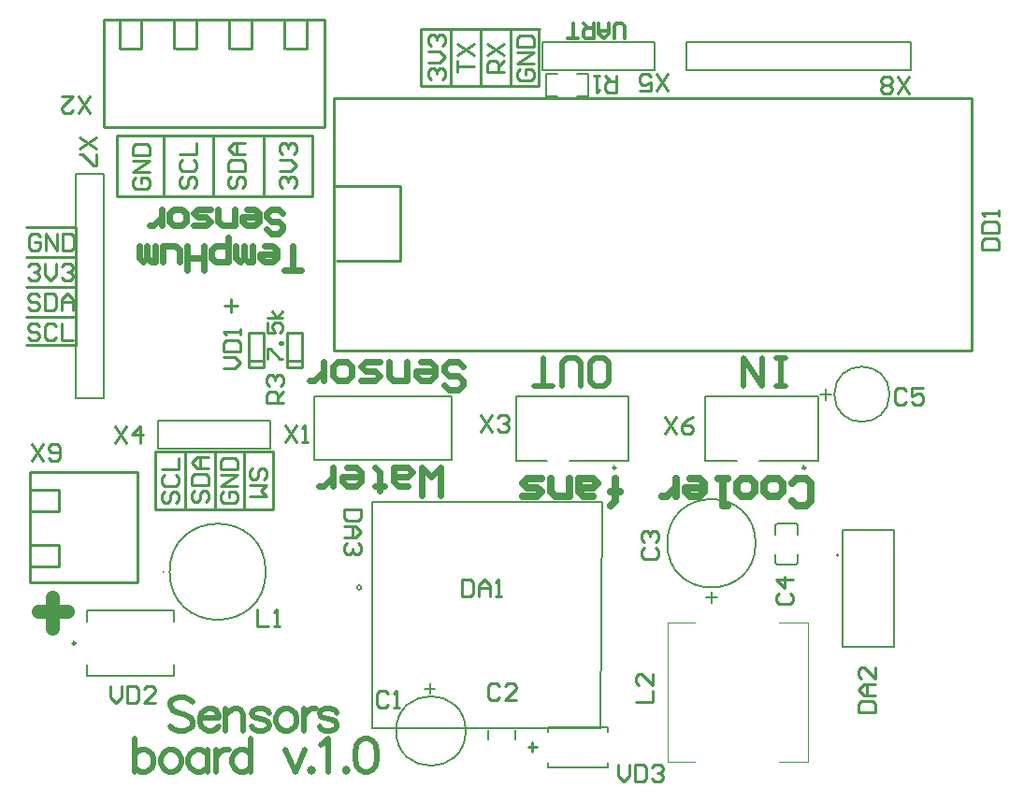
<source format=gto>
G04*
G04 #@! TF.GenerationSoftware,Altium Limited,Altium Designer,19.1.8 (144)*
G04*
G04 Layer_Color=65535*
%FSLAX24Y24*%
%MOIN*%
G70*
G01*
G75*
%ADD10C,0.0079*%
%ADD11C,0.0098*%
%ADD12C,0.0059*%
%ADD13C,0.0050*%
%ADD14C,0.0100*%
%ADD15C,0.0039*%
%ADD16C,0.0494*%
%ADD17C,0.0197*%
%ADD18C,0.0138*%
%ADD19C,0.0236*%
%ADD20C,0.0257*%
%ADD21C,0.0213*%
D10*
X21894Y17130D02*
G03*
X21894Y17130I-79J0D01*
G01*
X38898Y18268D02*
G03*
X38898Y18268I-39J0D01*
G01*
X35945Y18701D02*
G03*
X35945Y18701I-1575J0D01*
G01*
X25610Y12008D02*
G03*
X25610Y12008I-1240J0D01*
G01*
X18484Y17687D02*
G03*
X18484Y17687I-1713J0D01*
G01*
X14855Y17688D02*
G03*
X14855Y17688I-17J0D01*
G01*
X40717Y24016D02*
G03*
X40717Y24016I-984J0D01*
G01*
X32333Y35563D02*
Y36563D01*
X28333Y35563D02*
X32333D01*
X28333Y36563D02*
X32333D01*
X28333Y35563D02*
Y36563D01*
X33490Y35563D02*
Y36563D01*
X37490D01*
X33490Y35563D02*
X37490D01*
Y36563D02*
X41490D01*
X37490Y35563D02*
X41490D01*
Y36563D01*
X11724Y31882D02*
X12724D01*
Y27882D02*
Y31882D01*
X11724Y27882D02*
Y31882D01*
X12724Y23882D02*
Y27882D01*
X11724Y23882D02*
Y27882D01*
Y23882D02*
X12724D01*
X12096Y15906D02*
Y16299D01*
X15207D01*
Y15906D02*
Y16299D01*
X12096Y13976D02*
Y14370D01*
Y13976D02*
X15207D01*
Y14370D01*
X26417Y11713D02*
Y12028D01*
X27362Y11713D02*
Y12028D01*
X14636Y22089D02*
Y23089D01*
X18636D01*
X14636Y22089D02*
X18636D01*
Y23089D01*
X34161Y21646D02*
Y23945D01*
X38177Y21646D02*
Y23945D01*
X34161D02*
X38177D01*
X36083Y21646D02*
X38177D01*
X34161D02*
X35264D01*
X27402D02*
Y23945D01*
X31417Y21646D02*
Y23945D01*
X27402D02*
X31417D01*
X29323Y21646D02*
X31417D01*
X27402D02*
X28504D01*
X25118Y21673D02*
Y23957D01*
X20217Y21673D02*
X25118D01*
X20217Y23957D02*
X25118D01*
X20217Y21673D02*
Y23957D01*
D11*
X11693Y15138D02*
G03*
X11693Y15138I-49J0D01*
G01*
X37719Y21400D02*
G03*
X37719Y21400I-49J0D01*
G01*
X30959D02*
G03*
X30959Y21400I-49J0D01*
G01*
D12*
X29577Y34646D02*
X29970D01*
X29577Y35433D02*
X29970D01*
Y34646D02*
Y35433D01*
X28494Y34646D02*
Y35433D01*
Y34646D02*
X28888D01*
X28494Y35433D02*
X28888D01*
X37374Y19408D02*
X37443Y19339D01*
Y19014D02*
Y19339D01*
X36724Y19408D02*
X37374D01*
X36655Y19339D02*
X36724Y19408D01*
X36655Y19014D02*
Y19339D01*
Y18000D02*
X36724Y17931D01*
X36655Y18000D02*
Y18325D01*
X36724Y17931D02*
X37374D01*
X37443Y18000D01*
Y18325D01*
X34390Y16968D02*
Y16575D01*
X34586Y16772D02*
X34193D01*
X24331Y13327D02*
Y13720D01*
X24134Y13524D02*
X24528D01*
X38650Y23996D02*
X38256D01*
X38453Y23799D02*
Y24193D01*
D13*
X22268Y12102D02*
Y20189D01*
Y12102D02*
X30378D01*
X22268Y20189D02*
X30476D01*
X30398Y12102D02*
X30476Y20181D01*
X39035Y19161D02*
X40886D01*
Y15012D02*
Y19161D01*
X39035Y15012D02*
X40886D01*
X39035D02*
Y19161D01*
X28543Y12130D02*
X30669D01*
X28543Y10705D02*
X30669D01*
X28543Y11961D02*
Y12130D01*
X30669Y11961D02*
Y12130D01*
Y10705D02*
Y10874D01*
X28543Y10705D02*
Y10874D01*
D14*
X24016Y35000D02*
Y37047D01*
Y35000D02*
X28228D01*
Y37047D01*
X24026Y37057D02*
X28238D01*
X25079Y35039D02*
Y37047D01*
X26142Y35000D02*
Y37008D01*
X27205Y35039D02*
Y37008D01*
X9931Y29980D02*
X11703D01*
X9931Y25768D02*
X11703D01*
X11713Y25758D02*
Y29970D01*
X9931Y28917D02*
X11703D01*
X9931Y27854D02*
X11663D01*
X9931Y26791D02*
X11663D01*
X27841Y11427D02*
X28144D01*
X27992Y11260D02*
Y11594D01*
X19961Y36339D02*
Y37362D01*
X19213Y36339D02*
X19961D01*
X19134D02*
Y37362D01*
X17992Y36339D02*
Y37323D01*
X17244Y36339D02*
X17992D01*
X17165D02*
Y37362D01*
X16654D02*
X20591D01*
Y33543D02*
Y37362D01*
X16654Y33543D02*
X20591D01*
X12717D02*
Y37362D01*
Y33543D02*
X16654D01*
X12717Y37362D02*
X16654D01*
X13268Y36339D02*
Y37362D01*
X13307Y36339D02*
X14055D01*
Y37323D01*
X15197Y36339D02*
Y37362D01*
X15276Y36339D02*
X16024D01*
Y37362D01*
X13189Y33248D02*
X20157D01*
X13189Y31063D02*
Y33248D01*
Y31063D02*
X20157D01*
Y33248D01*
X14843Y31063D02*
Y33169D01*
X16614Y31063D02*
Y33248D01*
X18425Y31102D02*
Y33209D01*
X17726Y19951D02*
Y21919D01*
X16663Y19911D02*
Y21919D01*
X15600Y19951D02*
Y21959D01*
X14547Y21969D02*
X18760D01*
X18750Y19911D02*
Y21959D01*
X14537Y19911D02*
X18750D01*
X14537D02*
Y21959D01*
X17244Y27185D02*
X17480D01*
X17008D02*
X17244D01*
Y26949D02*
Y27421D01*
X20984Y31437D02*
X23268D01*
Y28780D02*
Y31437D01*
X21024Y28780D02*
X23268D01*
X20925Y25571D02*
Y34567D01*
Y25571D02*
X43661Y25571D01*
Y34559D01*
X43654Y34567D02*
X43661Y34559D01*
X20925Y34567D02*
X43654D01*
X19252Y25197D02*
X19744D01*
X19764Y24961D02*
Y26220D01*
X19232Y24961D02*
X19764D01*
X19232D02*
Y26220D01*
X19764D01*
X17884Y25197D02*
X18376D01*
X18396Y24961D02*
Y26220D01*
X17864Y24961D02*
X18396D01*
X17864D02*
Y26220D01*
X18396D01*
X10079Y20600D02*
X11102D01*
Y19852D02*
Y20600D01*
X10079Y19852D02*
X11102D01*
X10118Y18632D02*
X11102D01*
Y17884D02*
Y18632D01*
X10079Y17884D02*
X11102D01*
X10079Y17293D02*
Y21230D01*
X13898D01*
Y17293D02*
Y21230D01*
X10079Y17293D02*
X13898D01*
X24372Y35226D02*
X24272Y35326D01*
Y35526D01*
X24372Y35626D01*
X24472D01*
X24572Y35526D01*
Y35426D01*
Y35526D01*
X24672Y35626D01*
X24772D01*
X24872Y35526D01*
Y35326D01*
X24772Y35226D01*
X24272Y35826D02*
X24672D01*
X24872Y36026D01*
X24672Y36226D01*
X24272D01*
X24372Y36426D02*
X24272Y36526D01*
Y36726D01*
X24372Y36826D01*
X24472D01*
X24572Y36726D01*
Y36626D01*
Y36726D01*
X24672Y36826D01*
X24772D01*
X24872Y36726D01*
Y36526D01*
X24772Y36426D01*
X25306Y35502D02*
Y35902D01*
Y35702D01*
X25906D01*
X25306Y36102D02*
X25906Y36502D01*
X25306D02*
X25906Y36102D01*
X26988Y35522D02*
X26388D01*
Y35822D01*
X26488Y35922D01*
X26688D01*
X26788Y35822D01*
Y35522D01*
Y35722D02*
X26988Y35922D01*
X26388Y36121D02*
X26988Y36521D01*
X26388D02*
X26988Y36121D01*
X27541Y35616D02*
X27442Y35516D01*
Y35317D01*
X27541Y35217D01*
X27941D01*
X28041Y35317D01*
Y35516D01*
X27941Y35616D01*
X27741D01*
Y35416D01*
X28041Y35816D02*
X27442D01*
X28041Y36216D01*
X27442D01*
Y36416D02*
X28041D01*
Y36716D01*
X27941Y36816D01*
X27541D01*
X27442Y36716D01*
Y36416D01*
X10000Y28590D02*
X10100Y28690D01*
X10300D01*
X10400Y28590D01*
Y28490D01*
X10300Y28390D01*
X10200D01*
X10300D01*
X10400Y28290D01*
Y28191D01*
X10300Y28091D01*
X10100D01*
X10000Y28191D01*
X10600Y28690D02*
Y28290D01*
X10800Y28091D01*
X11000Y28290D01*
Y28690D01*
X11200Y28590D02*
X11300Y28690D01*
X11500D01*
X11599Y28590D01*
Y28490D01*
X11500Y28390D01*
X11400D01*
X11500D01*
X11599Y28290D01*
Y28191D01*
X11500Y28091D01*
X11300D01*
X11200Y28191D01*
X10410Y26455D02*
X10310Y26555D01*
X10110D01*
X10010Y26455D01*
Y26355D01*
X10110Y26255D01*
X10310D01*
X10410Y26155D01*
Y26055D01*
X10310Y25955D01*
X10110D01*
X10010Y26055D01*
X11010Y26455D02*
X10910Y26555D01*
X10710D01*
X10610Y26455D01*
Y26055D01*
X10710Y25955D01*
X10910D01*
X11010Y26055D01*
X11209Y26555D02*
Y25955D01*
X11609D01*
X10400Y27498D02*
X10300Y27598D01*
X10100D01*
X10000Y27498D01*
Y27398D01*
X10100Y27298D01*
X10300D01*
X10400Y27198D01*
Y27098D01*
X10300Y26998D01*
X10100D01*
X10000Y27098D01*
X10600Y27598D02*
Y26998D01*
X10900D01*
X11000Y27098D01*
Y27498D01*
X10900Y27598D01*
X10600D01*
X11200Y26998D02*
Y27398D01*
X11400Y27598D01*
X11599Y27398D01*
Y26998D01*
Y27298D01*
X11200D01*
X10459Y29653D02*
X10359Y29753D01*
X10159D01*
X10059Y29653D01*
Y29254D01*
X10159Y29154D01*
X10359D01*
X10459Y29254D01*
Y29453D01*
X10259D01*
X10659Y29154D02*
Y29753D01*
X11059Y29154D01*
Y29753D01*
X11259D02*
Y29154D01*
X11559D01*
X11659Y29254D01*
Y29653D01*
X11559Y29753D01*
X11259D01*
X18553Y25285D02*
Y25627D01*
X18639D01*
X18980Y25285D01*
X19065D01*
Y25797D02*
X18980D01*
Y25882D01*
X19065D01*
Y25797D01*
X18553Y26565D02*
Y26223D01*
X18809D01*
X18724Y26394D01*
Y26479D01*
X18809Y26565D01*
X18980D01*
X19065Y26479D01*
Y26309D01*
X18980Y26223D01*
X19065Y26735D02*
X18553D01*
X18894D02*
X18724Y26991D01*
X18894Y26735D02*
X19065Y26991D01*
X19067Y31378D02*
X18967Y31478D01*
Y31678D01*
X19067Y31778D01*
X19167D01*
X19267Y31678D01*
Y31578D01*
Y31678D01*
X19367Y31778D01*
X19467D01*
X19567Y31678D01*
Y31478D01*
X19467Y31378D01*
X18967Y31978D02*
X19367D01*
X19567Y32178D01*
X19367Y32378D01*
X18967D01*
X19067Y32578D02*
X18967Y32678D01*
Y32877D01*
X19067Y32977D01*
X19167D01*
X19267Y32877D01*
Y32778D01*
Y32877D01*
X19367Y32977D01*
X19467D01*
X19567Y32877D01*
Y32678D01*
X19467Y32578D01*
X17256Y31778D02*
X17156Y31678D01*
Y31478D01*
X17256Y31378D01*
X17356D01*
X17456Y31478D01*
Y31678D01*
X17556Y31778D01*
X17656D01*
X17756Y31678D01*
Y31478D01*
X17656Y31378D01*
X17156Y31978D02*
X17756D01*
Y32278D01*
X17656Y32378D01*
X17256D01*
X17156Y32278D01*
Y31978D01*
X17756Y32578D02*
X17356D01*
X17156Y32778D01*
X17356Y32977D01*
X17756D01*
X17456D01*
Y32578D01*
X13831Y31738D02*
X13731Y31638D01*
Y31439D01*
X13831Y31339D01*
X14231D01*
X14331Y31439D01*
Y31638D01*
X14231Y31738D01*
X14031D01*
Y31539D01*
X14331Y31938D02*
X13731D01*
X14331Y32338D01*
X13731D01*
Y32538D02*
X14331D01*
Y32838D01*
X14231Y32938D01*
X13831D01*
X13731Y32838D01*
Y32538D01*
X15524Y31778D02*
X15424Y31678D01*
Y31478D01*
X15524Y31378D01*
X15624D01*
X15724Y31478D01*
Y31678D01*
X15824Y31778D01*
X15924D01*
X16024Y31678D01*
Y31478D01*
X15924Y31378D01*
X15524Y32378D02*
X15424Y32278D01*
Y32078D01*
X15524Y31978D01*
X15924D01*
X16024Y32078D01*
Y32278D01*
X15924Y32378D01*
X15424Y32578D02*
X16024D01*
Y32977D01*
X17914Y20384D02*
X18514D01*
X18314Y20584D01*
X18514Y20784D01*
X17914D01*
X18014Y21384D02*
X17914Y21284D01*
Y21084D01*
X18014Y20984D01*
X18114D01*
X18214Y21084D01*
Y21284D01*
X18314Y21384D01*
X18414D01*
X18514Y21284D01*
Y21084D01*
X18414Y20984D01*
X16990Y20548D02*
X16890Y20448D01*
Y20248D01*
X16990Y20148D01*
X17390D01*
X17490Y20248D01*
Y20448D01*
X17390Y20548D01*
X17190D01*
Y20348D01*
X17490Y20747D02*
X16890D01*
X17490Y21147D01*
X16890D01*
Y21347D02*
X17490D01*
Y21647D01*
X17390Y21747D01*
X16990D01*
X16890Y21647D01*
Y21347D01*
X15947Y20567D02*
X15847Y20467D01*
Y20267D01*
X15947Y20167D01*
X16047D01*
X16147Y20267D01*
Y20467D01*
X16247Y20567D01*
X16347D01*
X16447Y20467D01*
Y20267D01*
X16347Y20167D01*
X15847Y20767D02*
X16447D01*
Y21067D01*
X16347Y21167D01*
X15947D01*
X15847Y21067D01*
Y20767D01*
X16447Y21367D02*
X16047D01*
X15847Y21567D01*
X16047Y21767D01*
X16447D01*
X16147D01*
Y21367D01*
X14894Y20557D02*
X14794Y20457D01*
Y20257D01*
X14894Y20157D01*
X14994D01*
X15094Y20257D01*
Y20457D01*
X15194Y20557D01*
X15294D01*
X15394Y20457D01*
Y20257D01*
X15294Y20157D01*
X14894Y21157D02*
X14794Y21057D01*
Y20857D01*
X14894Y20757D01*
X15294D01*
X15394Y20857D01*
Y21057D01*
X15294Y21157D01*
X14794Y21357D02*
X15394D01*
Y21757D01*
X21869Y19902D02*
X21270D01*
Y19602D01*
X21370Y19502D01*
X21770D01*
X21869Y19602D01*
Y19902D01*
X21270Y19302D02*
X21670D01*
X21869Y19102D01*
X21670Y18902D01*
X21270D01*
X21570D01*
Y19302D01*
X21770Y18702D02*
X21869Y18602D01*
Y18402D01*
X21770Y18302D01*
X21670D01*
X21570Y18402D01*
Y18502D01*
Y18402D01*
X21470Y18302D01*
X21370D01*
X21270Y18402D01*
Y18602D01*
X21370Y18702D01*
X12431Y33189D02*
X11831Y32789D01*
X12431D02*
X11831Y33189D01*
X12431Y32589D02*
Y32189D01*
X12331D01*
X11931Y32589D01*
X11831D01*
X41417Y34735D02*
X41017Y35335D01*
Y34735D02*
X41417Y35335D01*
X40818Y34835D02*
X40718Y34735D01*
X40518D01*
X40418Y34835D01*
Y34935D01*
X40518Y35035D01*
X40418Y35135D01*
Y35235D01*
X40518Y35335D01*
X40718D01*
X40818Y35235D01*
Y35135D01*
X40718Y35035D01*
X40818Y34935D01*
Y34835D01*
X40718Y35035D02*
X40518D01*
X32815Y34833D02*
X32415Y35433D01*
Y34833D02*
X32815Y35433D01*
X31815Y34833D02*
X32215D01*
Y35133D01*
X32015Y35033D01*
X31915D01*
X31815Y35133D01*
Y35333D01*
X31915Y35433D01*
X32115D01*
X32215Y35333D01*
X30984Y35364D02*
Y34764D01*
X30684D01*
X30584Y34864D01*
Y35064D01*
X30684Y35164D01*
X30984D01*
X30784D02*
X30584Y35364D01*
X30384D02*
X30185D01*
X30284D01*
Y34764D01*
X30384Y34864D01*
X31053Y10806D02*
Y10407D01*
X31253Y10207D01*
X31453Y10407D01*
Y10806D01*
X31653D02*
Y10207D01*
X31953D01*
X32053Y10307D01*
Y10707D01*
X31953Y10806D01*
X31653D01*
X32253Y10707D02*
X32353Y10806D01*
X32553D01*
X32653Y10707D01*
Y10607D01*
X32553Y10507D01*
X32453D01*
X32553D01*
X32653Y10407D01*
Y10307D01*
X32553Y10207D01*
X32353D01*
X32253Y10307D01*
X12953Y13612D02*
Y13212D01*
X13153Y13012D01*
X13353Y13212D01*
Y13612D01*
X13553D02*
Y13012D01*
X13852D01*
X13952Y13112D01*
Y13512D01*
X13852Y13612D01*
X13553D01*
X14552Y13012D02*
X14152D01*
X14552Y13412D01*
Y13512D01*
X14452Y13612D01*
X14252D01*
X14152Y13512D01*
X31684Y13051D02*
X32283D01*
Y13451D01*
Y14051D02*
Y13651D01*
X31884Y14051D01*
X31784D01*
X31684Y13951D01*
Y13751D01*
X31784Y13651D01*
X18164Y16328D02*
Y15728D01*
X18564D01*
X18764D02*
X18964D01*
X18864D01*
Y16328D01*
X18764Y16228D01*
X25482Y17411D02*
Y16811D01*
X25782D01*
X25882Y16911D01*
Y17311D01*
X25782Y17411D01*
X25482D01*
X26082Y16811D02*
Y17211D01*
X26282Y17411D01*
X26482Y17211D01*
Y16811D01*
Y17111D01*
X26082D01*
X26682Y16811D02*
X26882D01*
X26782D01*
Y17411D01*
X26682Y17311D01*
X36793Y16925D02*
X36693Y16825D01*
Y16626D01*
X36793Y16526D01*
X37193D01*
X37293Y16626D01*
Y16825D01*
X37193Y16925D01*
X37293Y17425D02*
X36693D01*
X36993Y17125D01*
Y17525D01*
X31971Y18549D02*
X31871Y18450D01*
Y18250D01*
X31971Y18150D01*
X32371D01*
X32470Y18250D01*
Y18450D01*
X32371Y18549D01*
X31971Y18749D02*
X31871Y18849D01*
Y19049D01*
X31971Y19149D01*
X32071D01*
X32171Y19049D01*
Y18949D01*
Y19049D01*
X32271Y19149D01*
X32371D01*
X32470Y19049D01*
Y18849D01*
X32371Y18749D01*
X26822Y13593D02*
X26722Y13693D01*
X26522D01*
X26422Y13593D01*
Y13193D01*
X26522Y13093D01*
X26722D01*
X26822Y13193D01*
X27422Y13093D02*
X27022D01*
X27422Y13493D01*
Y13593D01*
X27322Y13693D01*
X27122D01*
X27022Y13593D01*
X22861Y13344D02*
X22761Y13444D01*
X22561D01*
X22461Y13344D01*
Y12944D01*
X22561Y12844D01*
X22761D01*
X22861Y12944D01*
X23060Y12844D02*
X23260D01*
X23160D01*
Y13444D01*
X23060Y13344D01*
X13120Y22883D02*
X13520Y22283D01*
Y22883D02*
X13120Y22283D01*
X14020D02*
Y22883D01*
X13720Y22583D01*
X14120D01*
X41315Y24151D02*
X41215Y24251D01*
X41015D01*
X40915Y24151D01*
Y23752D01*
X41015Y23652D01*
X41215D01*
X41315Y23752D01*
X41915Y24251D02*
X41515D01*
Y23951D01*
X41715Y24051D01*
X41815D01*
X41915Y23951D01*
Y23752D01*
X41815Y23652D01*
X41615D01*
X41515Y23752D01*
X10130Y22250D02*
X10530Y21650D01*
Y22250D02*
X10130Y21650D01*
X10730Y21750D02*
X10830Y21650D01*
X11030D01*
X11130Y21750D01*
Y22150D01*
X11030Y22250D01*
X10830D01*
X10730Y22150D01*
Y22050D01*
X10830Y21950D01*
X11130D01*
X19163Y22913D02*
X19563Y22313D01*
Y22913D02*
X19163Y22313D01*
X19763D02*
X19963D01*
X19863D01*
Y22913D01*
X19763Y22813D01*
X32717Y23198D02*
X33116Y22598D01*
Y23198D02*
X32717Y22598D01*
X33716Y23198D02*
X33516Y23098D01*
X33316Y22898D01*
Y22698D01*
X33416Y22598D01*
X33616D01*
X33716Y22698D01*
Y22798D01*
X33616Y22898D01*
X33316D01*
X12205Y34046D02*
X11805Y34646D01*
Y34046D02*
X12205Y34646D01*
X11205D02*
X11605D01*
X11205Y34246D01*
Y34146D01*
X11305Y34046D01*
X11505D01*
X11605Y34146D01*
X26142Y23277D02*
X26542Y22677D01*
Y23277D02*
X26142Y22677D01*
X26742Y23177D02*
X26842Y23277D01*
X27041D01*
X27141Y23177D01*
Y23077D01*
X27041Y22977D01*
X26941D01*
X27041D01*
X27141Y22877D01*
Y22777D01*
X27041Y22677D01*
X26842D01*
X26742Y22777D01*
X16969Y24941D02*
X17369D01*
X17569Y25141D01*
X17369Y25341D01*
X16969D01*
Y25541D02*
X17569D01*
Y25841D01*
X17469Y25941D01*
X17069D01*
X16969Y25841D01*
Y25541D01*
X17569Y26141D02*
Y26340D01*
Y26241D01*
X16969D01*
X17069Y26141D01*
X19104Y23711D02*
X18505D01*
Y24011D01*
X18604Y24111D01*
X18804D01*
X18904Y24011D01*
Y23711D01*
Y23911D02*
X19104Y24111D01*
X18604Y24310D02*
X18505Y24410D01*
Y24610D01*
X18604Y24710D01*
X18704D01*
X18804Y24610D01*
Y24510D01*
Y24610D01*
X18904Y24710D01*
X19004D01*
X19104Y24610D01*
Y24410D01*
X19004Y24310D01*
X44006Y29173D02*
X44606D01*
Y29473D01*
X44506Y29573D01*
X44106D01*
X44006Y29473D01*
Y29173D01*
Y29773D02*
X44606D01*
Y30073D01*
X44506Y30173D01*
X44106D01*
X44006Y30073D01*
Y29773D01*
X44606Y30373D02*
Y30573D01*
Y30473D01*
X44006D01*
X44106Y30373D01*
X39617Y12687D02*
X40217D01*
Y12987D01*
X40117Y13087D01*
X39717D01*
X39617Y12987D01*
Y12687D01*
X40217Y13287D02*
X39817D01*
X39617Y13487D01*
X39817Y13687D01*
X40217D01*
X39917D01*
Y13287D01*
X40217Y14286D02*
Y13887D01*
X39817Y14286D01*
X39717D01*
X39617Y14187D01*
Y13987D01*
X39717Y13887D01*
D15*
X32795Y15866D02*
X33780D01*
X32795Y10906D02*
X33780D01*
X36772Y15866D02*
X37795D01*
X36772Y10906D02*
X37795D01*
Y15866D01*
X32795Y10906D02*
Y15866D01*
D16*
X10886Y16240D02*
Y16791D01*
Y15689D02*
Y16358D01*
X10374Y16260D02*
X11043D01*
X10925D02*
X11398D01*
D17*
X13811Y11730D02*
Y10549D01*
Y11168D02*
X13923Y11280D01*
X14036Y11336D01*
X14205D01*
X14317Y11280D01*
X14430Y11168D01*
X14486Y10999D01*
Y10887D01*
X14430Y10718D01*
X14317Y10605D01*
X14205Y10549D01*
X14036D01*
X13923Y10605D01*
X13811Y10718D01*
X15020Y11336D02*
X14908Y11280D01*
X14795Y11168D01*
X14739Y10999D01*
Y10887D01*
X14795Y10718D01*
X14908Y10605D01*
X15020Y10549D01*
X15189D01*
X15301Y10605D01*
X15414Y10718D01*
X15470Y10887D01*
Y10999D01*
X15414Y11168D01*
X15301Y11280D01*
X15189Y11336D01*
X15020D01*
X16403D02*
Y10549D01*
Y11168D02*
X16291Y11280D01*
X16178Y11336D01*
X16010D01*
X15897Y11280D01*
X15785Y11168D01*
X15728Y10999D01*
Y10887D01*
X15785Y10718D01*
X15897Y10605D01*
X16010Y10549D01*
X16178D01*
X16291Y10605D01*
X16403Y10718D01*
X16718Y11336D02*
Y10549D01*
Y10999D02*
X16774Y11168D01*
X16887Y11280D01*
X16999Y11336D01*
X17168D01*
X17950Y11730D02*
Y10549D01*
Y11168D02*
X17837Y11280D01*
X17725Y11336D01*
X17556D01*
X17444Y11280D01*
X17331Y11168D01*
X17275Y10999D01*
Y10887D01*
X17331Y10718D01*
X17444Y10605D01*
X17556Y10549D01*
X17725D01*
X17837Y10605D01*
X17950Y10718D01*
X19192Y11336D02*
X19530Y10549D01*
X19867Y11336D02*
X19530Y10549D01*
X20115Y10662D02*
X20058Y10605D01*
X20115Y10549D01*
X20171Y10605D01*
X20115Y10662D01*
X20429Y11505D02*
X20542Y11561D01*
X20711Y11730D01*
Y10549D01*
X21352Y10662D02*
X21295Y10605D01*
X21352Y10549D01*
X21408Y10605D01*
X21352Y10662D01*
X22004Y11730D02*
X21835Y11674D01*
X21723Y11505D01*
X21666Y11224D01*
Y11055D01*
X21723Y10774D01*
X21835Y10605D01*
X22004Y10549D01*
X22116D01*
X22285Y10605D01*
X22397Y10774D01*
X22454Y11055D01*
Y11224D01*
X22397Y11505D01*
X22285Y11674D01*
X22116Y11730D01*
X22004D01*
X15868Y13028D02*
X15755Y13140D01*
X15587Y13197D01*
X15362D01*
X15193Y13140D01*
X15081Y13028D01*
Y12915D01*
X15137Y12803D01*
X15193Y12747D01*
X15306Y12691D01*
X15643Y12578D01*
X15755Y12522D01*
X15812Y12466D01*
X15868Y12353D01*
Y12184D01*
X15755Y12072D01*
X15587Y12016D01*
X15362D01*
X15193Y12072D01*
X15081Y12184D01*
X16132Y12466D02*
X16807D01*
Y12578D01*
X16751Y12691D01*
X16695Y12747D01*
X16582Y12803D01*
X16413D01*
X16301Y12747D01*
X16188Y12634D01*
X16132Y12466D01*
Y12353D01*
X16188Y12184D01*
X16301Y12072D01*
X16413Y12016D01*
X16582D01*
X16695Y12072D01*
X16807Y12184D01*
X17060Y12803D02*
Y12016D01*
Y12578D02*
X17229Y12747D01*
X17341Y12803D01*
X17510D01*
X17622Y12747D01*
X17679Y12578D01*
Y12016D01*
X18606Y12634D02*
X18550Y12747D01*
X18381Y12803D01*
X18213D01*
X18044Y12747D01*
X17988Y12634D01*
X18044Y12522D01*
X18157Y12466D01*
X18438Y12409D01*
X18550Y12353D01*
X18606Y12241D01*
Y12184D01*
X18550Y12072D01*
X18381Y12016D01*
X18213D01*
X18044Y12072D01*
X17988Y12184D01*
X19135Y12803D02*
X19023Y12747D01*
X18910Y12634D01*
X18854Y12466D01*
Y12353D01*
X18910Y12184D01*
X19023Y12072D01*
X19135Y12016D01*
X19304D01*
X19416Y12072D01*
X19529Y12184D01*
X19585Y12353D01*
Y12466D01*
X19529Y12634D01*
X19416Y12747D01*
X19304Y12803D01*
X19135D01*
X19843D02*
Y12016D01*
Y12466D02*
X19900Y12634D01*
X20012Y12747D01*
X20125Y12803D01*
X20293D01*
X21019Y12634D02*
X20962Y12747D01*
X20794Y12803D01*
X20625D01*
X20456Y12747D01*
X20400Y12634D01*
X20456Y12522D01*
X20569Y12466D01*
X20850Y12409D01*
X20962Y12353D01*
X21019Y12241D01*
Y12184D01*
X20962Y12072D01*
X20794Y12016D01*
X20625D01*
X20456Y12072D01*
X20400Y12184D01*
D18*
X31270Y36693D02*
Y37152D01*
X31178Y37244D01*
X30994D01*
X30902Y37152D01*
Y36693D01*
X30719Y37244D02*
Y36877D01*
X30535Y36693D01*
X30351Y36877D01*
Y37244D01*
Y36969D01*
X30719D01*
X30168Y37244D02*
Y36693D01*
X29892D01*
X29800Y36785D01*
Y36969D01*
X29892Y37060D01*
X30168D01*
X29984D02*
X29800Y37244D01*
X29617Y36693D02*
X29249D01*
X29433D01*
Y37244D01*
D19*
X19734Y28445D02*
X19157D01*
X19446D01*
Y29311D01*
X18435D02*
X18724D01*
X18868Y29167D01*
Y28878D01*
X18724Y28734D01*
X18435D01*
X18291Y28878D01*
Y29022D01*
X18868D01*
X18003Y29311D02*
Y28734D01*
X17858D01*
X17714Y28878D01*
Y29311D01*
Y28878D01*
X17570Y28734D01*
X17425Y28878D01*
Y29311D01*
X17137Y29600D02*
Y28734D01*
X16704D01*
X16559Y28878D01*
Y29167D01*
X16704Y29311D01*
X17137D01*
X16271Y28445D02*
Y29311D01*
Y28878D01*
X15694D01*
Y28445D01*
Y29311D01*
X15405Y28734D02*
Y29167D01*
X15261Y29311D01*
X14828D01*
Y28734D01*
X14539Y29311D02*
Y28734D01*
X14395D01*
X14250Y28878D01*
Y29311D01*
Y28878D01*
X14106Y28734D01*
X13962Y28878D01*
Y29311D01*
X18517Y29899D02*
X18662Y29754D01*
X18950D01*
X19094Y29899D01*
Y30043D01*
X18950Y30187D01*
X18662D01*
X18517Y30331D01*
Y30476D01*
X18662Y30620D01*
X18950D01*
X19094Y30476D01*
X17796Y30620D02*
X18084D01*
X18229Y30476D01*
Y30187D01*
X18084Y30043D01*
X17796D01*
X17651Y30187D01*
Y30331D01*
X18229D01*
X17363Y30620D02*
Y30043D01*
X16930D01*
X16786Y30187D01*
Y30620D01*
X16497D02*
X16064D01*
X15920Y30476D01*
X16064Y30331D01*
X16353D01*
X16497Y30187D01*
X16353Y30043D01*
X15920D01*
X15487Y30620D02*
X15198D01*
X15054Y30476D01*
Y30187D01*
X15198Y30043D01*
X15487D01*
X15631Y30187D01*
Y30476D01*
X15487Y30620D01*
X14765Y30043D02*
Y30620D01*
Y30331D01*
X14621Y30187D01*
X14477Y30043D01*
X14332D01*
X24850Y24349D02*
X25015Y24184D01*
X25346D01*
X25512Y24349D01*
Y24515D01*
X25346Y24680D01*
X25015D01*
X24850Y24846D01*
Y25012D01*
X25015Y25177D01*
X25346D01*
X25512Y25012D01*
X24022Y25177D02*
X24353D01*
X24518Y25012D01*
Y24680D01*
X24353Y24515D01*
X24022D01*
X23856Y24680D01*
Y24846D01*
X24518D01*
X23525Y25177D02*
Y24515D01*
X23028D01*
X22863Y24680D01*
Y25177D01*
X22532D02*
X22035D01*
X21869Y25012D01*
X22035Y24846D01*
X22366D01*
X22532Y24680D01*
X22366Y24515D01*
X21869D01*
X21373Y25177D02*
X21042D01*
X20876Y25012D01*
Y24680D01*
X21042Y24515D01*
X21373D01*
X21538Y24680D01*
Y25012D01*
X21373Y25177D01*
X20545Y24515D02*
Y25177D01*
Y24846D01*
X20379Y24680D01*
X20214Y24515D01*
X20048D01*
X24695Y20424D02*
Y21417D01*
X24364Y21086D01*
X24033Y21417D01*
Y20424D01*
X23536Y20755D02*
X23205D01*
X23039Y20921D01*
Y21417D01*
X23536D01*
X23702Y21252D01*
X23536Y21086D01*
X23039D01*
X22543Y20590D02*
Y20755D01*
X22708D01*
X22377D01*
X22543D01*
Y21252D01*
X22377Y21417D01*
X21384D02*
X21715D01*
X21880Y21252D01*
Y20921D01*
X21715Y20755D01*
X21384D01*
X21218Y20921D01*
Y21086D01*
X21880D01*
X20887Y20755D02*
Y21417D01*
Y21086D01*
X20721Y20921D01*
X20556Y20755D01*
X20390D01*
D20*
X37251Y20196D02*
X37417Y20030D01*
X37748D01*
X37913Y20196D01*
Y20858D01*
X37748Y21024D01*
X37417D01*
X37251Y20858D01*
X36754Y21024D02*
X36423D01*
X36258Y20858D01*
Y20527D01*
X36423Y20361D01*
X36754D01*
X36920Y20527D01*
Y20858D01*
X36754Y21024D01*
X35761D02*
X35430D01*
X35264Y20858D01*
Y20527D01*
X35430Y20361D01*
X35761D01*
X35927Y20527D01*
Y20858D01*
X35761Y21024D01*
X34933D02*
X34602D01*
X34768D01*
Y20030D01*
X34933D01*
X33609Y21024D02*
X33940D01*
X34105Y20858D01*
Y20527D01*
X33940Y20361D01*
X33609D01*
X33443Y20527D01*
Y20692D01*
X34105D01*
X33112Y20361D02*
Y21024D01*
Y20692D01*
X32946Y20527D01*
X32781Y20361D01*
X32615D01*
X30960Y21024D02*
Y20196D01*
Y20527D01*
X31125D01*
X30794D01*
X30960D01*
Y20196D01*
X30794Y20030D01*
X30132Y20361D02*
X29801D01*
X29635Y20527D01*
Y21024D01*
X30132D01*
X30297Y20858D01*
X30132Y20692D01*
X29635D01*
X29304Y21024D02*
Y20361D01*
X28807D01*
X28642Y20527D01*
Y21024D01*
X28311D02*
X27814D01*
X27648Y20858D01*
X27814Y20692D01*
X28145D01*
X28311Y20527D01*
X28145Y20361D01*
X27648D01*
D21*
X30212Y24302D02*
X30543D01*
X30709Y24467D01*
Y25130D01*
X30543Y25295D01*
X30212D01*
X30046Y25130D01*
Y24467D01*
X30212Y24302D01*
X29715D02*
Y25130D01*
X29550Y25295D01*
X29219D01*
X29053Y25130D01*
Y24302D01*
X28722D02*
X28060D01*
X28391D01*
Y25295D01*
X36998Y24302D02*
X36667D01*
X36832D01*
Y25295D01*
X36998D01*
X36667D01*
X36170D02*
Y24302D01*
X35508Y25295D01*
Y24302D01*
M02*

</source>
